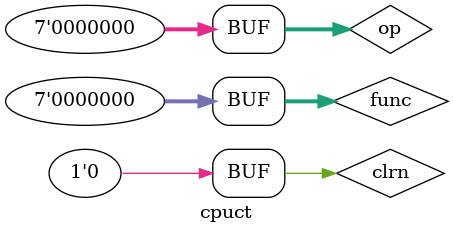
<source format=v>
`timescale 1ns / 1ps


module cpuct(

    );
    reg clrn;
    reg [6:0] op,func;
    cpuctr ctr(
       .clrn(clrn),
       .func(func),
       .op(op)

        );
    initial begin
           clrn=0;
           op=6'b00_0000;
           func=6'b00_0000;
           #1 clrn=1;
          #50 clrn=0;
          end
endmodule

</source>
